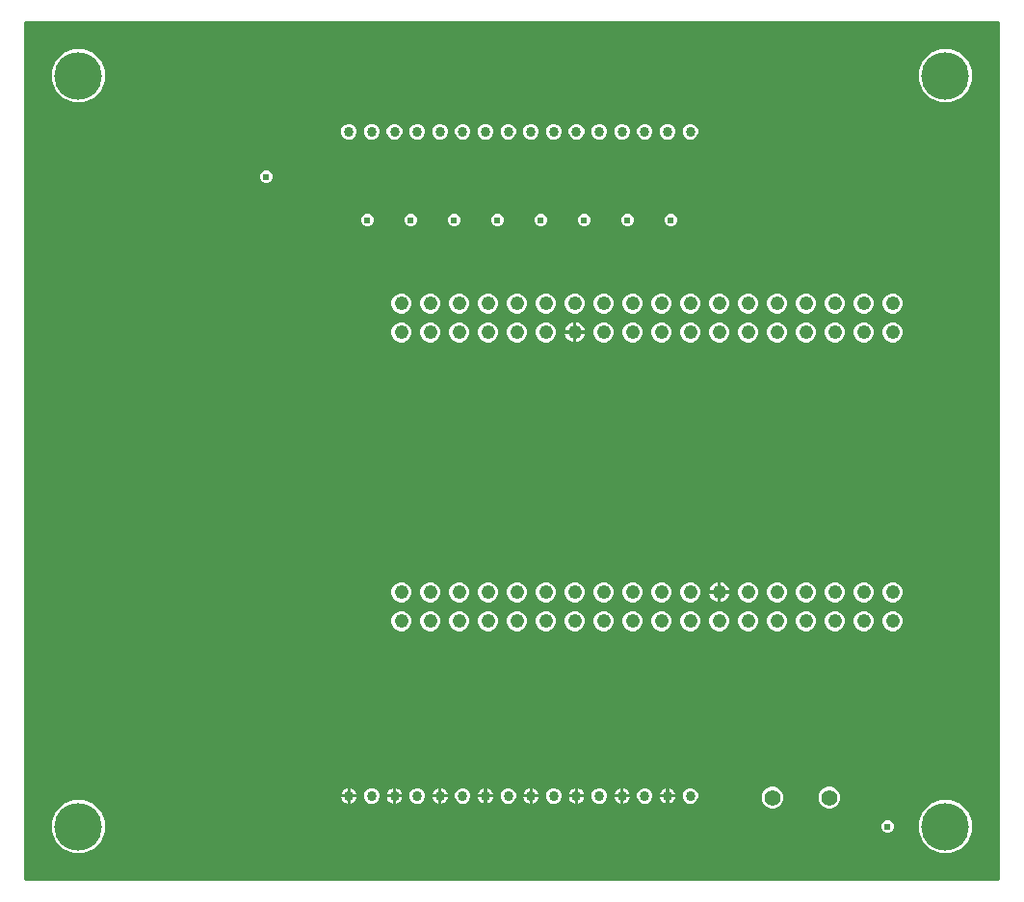
<source format=gbr>
G04 EAGLE Gerber RS-274X export*
G75*
%MOMM*%
%FSLAX34Y34*%
%LPD*%
%INCopper Layer 15*%
%IPPOS*%
%AMOC8*
5,1,8,0,0,1.08239X$1,22.5*%
G01*
%ADD10C,1.244600*%
%ADD11C,0.854800*%
%ADD12C,1.400000*%
%ADD13C,4.191000*%
%ADD14C,0.609600*%

G36*
X859556Y3306D02*
X859556Y3306D01*
X859575Y3304D01*
X859677Y3326D01*
X859779Y3342D01*
X859796Y3352D01*
X859816Y3356D01*
X859905Y3409D01*
X859996Y3458D01*
X860010Y3472D01*
X860027Y3482D01*
X860094Y3561D01*
X860166Y3636D01*
X860174Y3654D01*
X860187Y3669D01*
X860226Y3765D01*
X860269Y3859D01*
X860271Y3879D01*
X860279Y3897D01*
X860297Y4064D01*
X860297Y757936D01*
X860294Y757956D01*
X860296Y757975D01*
X860274Y758077D01*
X860258Y758179D01*
X860248Y758196D01*
X860244Y758216D01*
X860191Y758305D01*
X860142Y758396D01*
X860128Y758410D01*
X860118Y758427D01*
X860039Y758494D01*
X859964Y758566D01*
X859946Y758574D01*
X859931Y758587D01*
X859835Y758626D01*
X859741Y758669D01*
X859721Y758671D01*
X859703Y758679D01*
X859536Y758697D01*
X4064Y758697D01*
X4044Y758694D01*
X4025Y758696D01*
X3923Y758674D01*
X3821Y758658D01*
X3804Y758648D01*
X3784Y758644D01*
X3695Y758591D01*
X3604Y758542D01*
X3590Y758528D01*
X3573Y758518D01*
X3506Y758439D01*
X3434Y758364D01*
X3426Y758346D01*
X3413Y758331D01*
X3374Y758235D01*
X3331Y758141D01*
X3329Y758121D01*
X3321Y758103D01*
X3303Y757936D01*
X3303Y4064D01*
X3306Y4044D01*
X3304Y4025D01*
X3326Y3923D01*
X3342Y3821D01*
X3352Y3804D01*
X3356Y3784D01*
X3409Y3695D01*
X3458Y3604D01*
X3472Y3590D01*
X3482Y3573D01*
X3561Y3506D01*
X3636Y3434D01*
X3654Y3426D01*
X3669Y3413D01*
X3765Y3374D01*
X3859Y3331D01*
X3879Y3329D01*
X3897Y3321D01*
X4064Y3303D01*
X859536Y3303D01*
X859556Y3306D01*
G37*
%LPC*%
G36*
X808126Y687704D02*
X808126Y687704D01*
X799491Y691281D01*
X792881Y697891D01*
X789304Y706526D01*
X789304Y715874D01*
X792881Y724509D01*
X799491Y731119D01*
X808126Y734696D01*
X817474Y734696D01*
X826109Y731119D01*
X832719Y724509D01*
X836296Y715874D01*
X836296Y706526D01*
X832719Y697891D01*
X826109Y691281D01*
X817474Y687704D01*
X808126Y687704D01*
G37*
%LPD*%
%LPC*%
G36*
X46126Y687704D02*
X46126Y687704D01*
X37491Y691281D01*
X30881Y697891D01*
X27304Y706526D01*
X27304Y715874D01*
X30881Y724509D01*
X37491Y731119D01*
X46126Y734696D01*
X55474Y734696D01*
X64109Y731119D01*
X70719Y724509D01*
X74296Y715874D01*
X74296Y706526D01*
X70719Y697891D01*
X64109Y691281D01*
X55474Y687704D01*
X46126Y687704D01*
G37*
%LPD*%
%LPC*%
G36*
X46126Y27304D02*
X46126Y27304D01*
X37491Y30881D01*
X30881Y37491D01*
X27304Y46126D01*
X27304Y55474D01*
X30881Y64109D01*
X37491Y70719D01*
X46126Y74296D01*
X55474Y74296D01*
X64109Y70719D01*
X70719Y64109D01*
X74296Y55474D01*
X74296Y46126D01*
X70719Y37491D01*
X64109Y30881D01*
X55474Y27304D01*
X46126Y27304D01*
G37*
%LPD*%
%LPC*%
G36*
X808126Y27304D02*
X808126Y27304D01*
X799491Y30881D01*
X792881Y37491D01*
X789304Y46126D01*
X789304Y55474D01*
X792881Y64109D01*
X799491Y70719D01*
X808126Y74296D01*
X817474Y74296D01*
X826109Y70719D01*
X832719Y64109D01*
X836296Y55474D01*
X836296Y46126D01*
X832719Y37491D01*
X826109Y30881D01*
X817474Y27304D01*
X808126Y27304D01*
G37*
%LPD*%
%LPC*%
G36*
X708902Y66659D02*
X708902Y66659D01*
X705396Y68112D01*
X702712Y70796D01*
X701259Y74302D01*
X701259Y78098D01*
X702712Y81604D01*
X705396Y84288D01*
X708902Y85741D01*
X712698Y85741D01*
X716204Y84288D01*
X718888Y81604D01*
X720341Y78098D01*
X720341Y74302D01*
X718888Y70796D01*
X716204Y68112D01*
X712698Y66659D01*
X708902Y66659D01*
G37*
%LPD*%
%LPC*%
G36*
X658902Y66659D02*
X658902Y66659D01*
X655396Y68112D01*
X652712Y70796D01*
X651259Y74302D01*
X651259Y78098D01*
X652712Y81604D01*
X655396Y84288D01*
X658902Y85741D01*
X662698Y85741D01*
X666204Y84288D01*
X668888Y81604D01*
X670341Y78098D01*
X670341Y74302D01*
X668888Y70796D01*
X666204Y68112D01*
X662698Y66659D01*
X658902Y66659D01*
G37*
%LPD*%
%LPC*%
G36*
X561457Y248036D02*
X561457Y248036D01*
X558236Y249370D01*
X555770Y251836D01*
X554436Y255057D01*
X554436Y258543D01*
X555770Y261764D01*
X558236Y264230D01*
X561457Y265564D01*
X564943Y265564D01*
X568164Y264230D01*
X570630Y261764D01*
X571964Y258543D01*
X571964Y255057D01*
X570630Y251836D01*
X568164Y249370D01*
X564943Y248036D01*
X561457Y248036D01*
G37*
%LPD*%
%LPC*%
G36*
X536057Y248036D02*
X536057Y248036D01*
X532836Y249370D01*
X530370Y251836D01*
X529036Y255057D01*
X529036Y258543D01*
X530370Y261764D01*
X532836Y264230D01*
X536057Y265564D01*
X539543Y265564D01*
X542764Y264230D01*
X545230Y261764D01*
X546564Y258543D01*
X546564Y255057D01*
X545230Y251836D01*
X542764Y249370D01*
X539543Y248036D01*
X536057Y248036D01*
G37*
%LPD*%
%LPC*%
G36*
X510657Y248036D02*
X510657Y248036D01*
X507436Y249370D01*
X504970Y251836D01*
X503636Y255057D01*
X503636Y258543D01*
X504970Y261764D01*
X507436Y264230D01*
X510657Y265564D01*
X514143Y265564D01*
X517364Y264230D01*
X519830Y261764D01*
X521164Y258543D01*
X521164Y255057D01*
X519830Y251836D01*
X517364Y249370D01*
X514143Y248036D01*
X510657Y248036D01*
G37*
%LPD*%
%LPC*%
G36*
X485257Y248036D02*
X485257Y248036D01*
X482036Y249370D01*
X479570Y251836D01*
X478236Y255057D01*
X478236Y258543D01*
X479570Y261764D01*
X482036Y264230D01*
X485257Y265564D01*
X488743Y265564D01*
X491964Y264230D01*
X494430Y261764D01*
X495764Y258543D01*
X495764Y255057D01*
X494430Y251836D01*
X491964Y249370D01*
X488743Y248036D01*
X485257Y248036D01*
G37*
%LPD*%
%LPC*%
G36*
X459857Y248036D02*
X459857Y248036D01*
X456636Y249370D01*
X454170Y251836D01*
X452836Y255057D01*
X452836Y258543D01*
X454170Y261764D01*
X456636Y264230D01*
X459857Y265564D01*
X463343Y265564D01*
X466564Y264230D01*
X469030Y261764D01*
X470364Y258543D01*
X470364Y255057D01*
X469030Y251836D01*
X466564Y249370D01*
X463343Y248036D01*
X459857Y248036D01*
G37*
%LPD*%
%LPC*%
G36*
X434457Y248036D02*
X434457Y248036D01*
X431236Y249370D01*
X428770Y251836D01*
X427436Y255057D01*
X427436Y258543D01*
X428770Y261764D01*
X431236Y264230D01*
X434457Y265564D01*
X437943Y265564D01*
X441164Y264230D01*
X443630Y261764D01*
X444964Y258543D01*
X444964Y255057D01*
X443630Y251836D01*
X441164Y249370D01*
X437943Y248036D01*
X434457Y248036D01*
G37*
%LPD*%
%LPC*%
G36*
X409057Y248036D02*
X409057Y248036D01*
X405836Y249370D01*
X403370Y251836D01*
X402036Y255057D01*
X402036Y258543D01*
X403370Y261764D01*
X405836Y264230D01*
X409057Y265564D01*
X412543Y265564D01*
X415764Y264230D01*
X418230Y261764D01*
X419564Y258543D01*
X419564Y255057D01*
X418230Y251836D01*
X415764Y249370D01*
X412543Y248036D01*
X409057Y248036D01*
G37*
%LPD*%
%LPC*%
G36*
X383657Y248036D02*
X383657Y248036D01*
X380436Y249370D01*
X377970Y251836D01*
X376636Y255057D01*
X376636Y258543D01*
X377970Y261764D01*
X380436Y264230D01*
X383657Y265564D01*
X387143Y265564D01*
X390364Y264230D01*
X392830Y261764D01*
X394164Y258543D01*
X394164Y255057D01*
X392830Y251836D01*
X390364Y249370D01*
X387143Y248036D01*
X383657Y248036D01*
G37*
%LPD*%
%LPC*%
G36*
X739257Y222636D02*
X739257Y222636D01*
X736036Y223970D01*
X733570Y226436D01*
X732236Y229657D01*
X732236Y233143D01*
X733570Y236364D01*
X736036Y238830D01*
X739257Y240164D01*
X742743Y240164D01*
X745964Y238830D01*
X748430Y236364D01*
X749764Y233143D01*
X749764Y229657D01*
X748430Y226436D01*
X745964Y223970D01*
X742743Y222636D01*
X739257Y222636D01*
G37*
%LPD*%
%LPC*%
G36*
X713857Y222636D02*
X713857Y222636D01*
X710636Y223970D01*
X708170Y226436D01*
X706836Y229657D01*
X706836Y233143D01*
X708170Y236364D01*
X710636Y238830D01*
X713857Y240164D01*
X717343Y240164D01*
X720564Y238830D01*
X723030Y236364D01*
X724364Y233143D01*
X724364Y229657D01*
X723030Y226436D01*
X720564Y223970D01*
X717343Y222636D01*
X713857Y222636D01*
G37*
%LPD*%
%LPC*%
G36*
X764657Y222636D02*
X764657Y222636D01*
X761436Y223970D01*
X758970Y226436D01*
X757636Y229657D01*
X757636Y233143D01*
X758970Y236364D01*
X761436Y238830D01*
X764657Y240164D01*
X768143Y240164D01*
X771364Y238830D01*
X773830Y236364D01*
X775164Y233143D01*
X775164Y229657D01*
X773830Y226436D01*
X771364Y223970D01*
X768143Y222636D01*
X764657Y222636D01*
G37*
%LPD*%
%LPC*%
G36*
X536057Y222636D02*
X536057Y222636D01*
X532836Y223970D01*
X530370Y226436D01*
X529036Y229657D01*
X529036Y233143D01*
X530370Y236364D01*
X532836Y238830D01*
X536057Y240164D01*
X539543Y240164D01*
X542764Y238830D01*
X545230Y236364D01*
X546564Y233143D01*
X546564Y229657D01*
X545230Y226436D01*
X542764Y223970D01*
X539543Y222636D01*
X536057Y222636D01*
G37*
%LPD*%
%LPC*%
G36*
X510657Y222636D02*
X510657Y222636D01*
X507436Y223970D01*
X504970Y226436D01*
X503636Y229657D01*
X503636Y233143D01*
X504970Y236364D01*
X507436Y238830D01*
X510657Y240164D01*
X514143Y240164D01*
X517364Y238830D01*
X519830Y236364D01*
X521164Y233143D01*
X521164Y229657D01*
X519830Y226436D01*
X517364Y223970D01*
X514143Y222636D01*
X510657Y222636D01*
G37*
%LPD*%
%LPC*%
G36*
X688457Y222636D02*
X688457Y222636D01*
X685236Y223970D01*
X682770Y226436D01*
X681436Y229657D01*
X681436Y233143D01*
X682770Y236364D01*
X685236Y238830D01*
X688457Y240164D01*
X691943Y240164D01*
X695164Y238830D01*
X697630Y236364D01*
X698964Y233143D01*
X698964Y229657D01*
X697630Y226436D01*
X695164Y223970D01*
X691943Y222636D01*
X688457Y222636D01*
G37*
%LPD*%
%LPC*%
G36*
X663057Y222636D02*
X663057Y222636D01*
X659836Y223970D01*
X657370Y226436D01*
X656036Y229657D01*
X656036Y233143D01*
X657370Y236364D01*
X659836Y238830D01*
X663057Y240164D01*
X666543Y240164D01*
X669764Y238830D01*
X672230Y236364D01*
X673564Y233143D01*
X673564Y229657D01*
X672230Y226436D01*
X669764Y223970D01*
X666543Y222636D01*
X663057Y222636D01*
G37*
%LPD*%
%LPC*%
G36*
X637657Y222636D02*
X637657Y222636D01*
X634436Y223970D01*
X631970Y226436D01*
X630636Y229657D01*
X630636Y233143D01*
X631970Y236364D01*
X634436Y238830D01*
X637657Y240164D01*
X641143Y240164D01*
X644364Y238830D01*
X646830Y236364D01*
X648164Y233143D01*
X648164Y229657D01*
X646830Y226436D01*
X644364Y223970D01*
X641143Y222636D01*
X637657Y222636D01*
G37*
%LPD*%
%LPC*%
G36*
X510657Y502036D02*
X510657Y502036D01*
X507436Y503370D01*
X504970Y505836D01*
X503636Y509057D01*
X503636Y512543D01*
X504970Y515764D01*
X507436Y518230D01*
X510657Y519564D01*
X514143Y519564D01*
X517364Y518230D01*
X519830Y515764D01*
X521164Y512543D01*
X521164Y509057D01*
X519830Y505836D01*
X517364Y503370D01*
X514143Y502036D01*
X510657Y502036D01*
G37*
%LPD*%
%LPC*%
G36*
X612257Y222636D02*
X612257Y222636D01*
X609036Y223970D01*
X606570Y226436D01*
X605236Y229657D01*
X605236Y233143D01*
X606570Y236364D01*
X609036Y238830D01*
X612257Y240164D01*
X615743Y240164D01*
X618964Y238830D01*
X621430Y236364D01*
X622764Y233143D01*
X622764Y229657D01*
X621430Y226436D01*
X618964Y223970D01*
X615743Y222636D01*
X612257Y222636D01*
G37*
%LPD*%
%LPC*%
G36*
X586857Y222636D02*
X586857Y222636D01*
X583636Y223970D01*
X581170Y226436D01*
X579836Y229657D01*
X579836Y233143D01*
X581170Y236364D01*
X583636Y238830D01*
X586857Y240164D01*
X590343Y240164D01*
X593564Y238830D01*
X596030Y236364D01*
X597364Y233143D01*
X597364Y229657D01*
X596030Y226436D01*
X593564Y223970D01*
X590343Y222636D01*
X586857Y222636D01*
G37*
%LPD*%
%LPC*%
G36*
X561457Y222636D02*
X561457Y222636D01*
X558236Y223970D01*
X555770Y226436D01*
X554436Y229657D01*
X554436Y233143D01*
X555770Y236364D01*
X558236Y238830D01*
X561457Y240164D01*
X564943Y240164D01*
X568164Y238830D01*
X570630Y236364D01*
X571964Y233143D01*
X571964Y229657D01*
X570630Y226436D01*
X568164Y223970D01*
X564943Y222636D01*
X561457Y222636D01*
G37*
%LPD*%
%LPC*%
G36*
X485257Y222636D02*
X485257Y222636D01*
X482036Y223970D01*
X479570Y226436D01*
X478236Y229657D01*
X478236Y233143D01*
X479570Y236364D01*
X482036Y238830D01*
X485257Y240164D01*
X488743Y240164D01*
X491964Y238830D01*
X494430Y236364D01*
X495764Y233143D01*
X495764Y229657D01*
X494430Y226436D01*
X491964Y223970D01*
X488743Y222636D01*
X485257Y222636D01*
G37*
%LPD*%
%LPC*%
G36*
X459857Y222636D02*
X459857Y222636D01*
X456636Y223970D01*
X454170Y226436D01*
X452836Y229657D01*
X452836Y233143D01*
X454170Y236364D01*
X456636Y238830D01*
X459857Y240164D01*
X463343Y240164D01*
X466564Y238830D01*
X469030Y236364D01*
X470364Y233143D01*
X470364Y229657D01*
X469030Y226436D01*
X466564Y223970D01*
X463343Y222636D01*
X459857Y222636D01*
G37*
%LPD*%
%LPC*%
G36*
X434457Y222636D02*
X434457Y222636D01*
X431236Y223970D01*
X428770Y226436D01*
X427436Y229657D01*
X427436Y233143D01*
X428770Y236364D01*
X431236Y238830D01*
X434457Y240164D01*
X437943Y240164D01*
X441164Y238830D01*
X443630Y236364D01*
X444964Y233143D01*
X444964Y229657D01*
X443630Y226436D01*
X441164Y223970D01*
X437943Y222636D01*
X434457Y222636D01*
G37*
%LPD*%
%LPC*%
G36*
X409057Y222636D02*
X409057Y222636D01*
X405836Y223970D01*
X403370Y226436D01*
X402036Y229657D01*
X402036Y233143D01*
X403370Y236364D01*
X405836Y238830D01*
X409057Y240164D01*
X412543Y240164D01*
X415764Y238830D01*
X418230Y236364D01*
X419564Y233143D01*
X419564Y229657D01*
X418230Y226436D01*
X415764Y223970D01*
X412543Y222636D01*
X409057Y222636D01*
G37*
%LPD*%
%LPC*%
G36*
X383657Y222636D02*
X383657Y222636D01*
X380436Y223970D01*
X377970Y226436D01*
X376636Y229657D01*
X376636Y233143D01*
X377970Y236364D01*
X380436Y238830D01*
X383657Y240164D01*
X387143Y240164D01*
X390364Y238830D01*
X392830Y236364D01*
X394164Y233143D01*
X394164Y229657D01*
X392830Y226436D01*
X390364Y223970D01*
X387143Y222636D01*
X383657Y222636D01*
G37*
%LPD*%
%LPC*%
G36*
X586857Y502036D02*
X586857Y502036D01*
X583636Y503370D01*
X581170Y505836D01*
X579836Y509057D01*
X579836Y512543D01*
X581170Y515764D01*
X583636Y518230D01*
X586857Y519564D01*
X590343Y519564D01*
X593564Y518230D01*
X596030Y515764D01*
X597364Y512543D01*
X597364Y509057D01*
X596030Y505836D01*
X593564Y503370D01*
X590343Y502036D01*
X586857Y502036D01*
G37*
%LPD*%
%LPC*%
G36*
X561457Y502036D02*
X561457Y502036D01*
X558236Y503370D01*
X555770Y505836D01*
X554436Y509057D01*
X554436Y512543D01*
X555770Y515764D01*
X558236Y518230D01*
X561457Y519564D01*
X564943Y519564D01*
X568164Y518230D01*
X570630Y515764D01*
X571964Y512543D01*
X571964Y509057D01*
X570630Y505836D01*
X568164Y503370D01*
X564943Y502036D01*
X561457Y502036D01*
G37*
%LPD*%
%LPC*%
G36*
X764657Y502036D02*
X764657Y502036D01*
X761436Y503370D01*
X758970Y505836D01*
X757636Y509057D01*
X757636Y512543D01*
X758970Y515764D01*
X761436Y518230D01*
X764657Y519564D01*
X768143Y519564D01*
X771364Y518230D01*
X773830Y515764D01*
X775164Y512543D01*
X775164Y509057D01*
X773830Y505836D01*
X771364Y503370D01*
X768143Y502036D01*
X764657Y502036D01*
G37*
%LPD*%
%LPC*%
G36*
X739257Y502036D02*
X739257Y502036D01*
X736036Y503370D01*
X733570Y505836D01*
X732236Y509057D01*
X732236Y512543D01*
X733570Y515764D01*
X736036Y518230D01*
X739257Y519564D01*
X742743Y519564D01*
X745964Y518230D01*
X748430Y515764D01*
X749764Y512543D01*
X749764Y509057D01*
X748430Y505836D01*
X745964Y503370D01*
X742743Y502036D01*
X739257Y502036D01*
G37*
%LPD*%
%LPC*%
G36*
X713857Y502036D02*
X713857Y502036D01*
X710636Y503370D01*
X708170Y505836D01*
X706836Y509057D01*
X706836Y512543D01*
X708170Y515764D01*
X710636Y518230D01*
X713857Y519564D01*
X717343Y519564D01*
X720564Y518230D01*
X723030Y515764D01*
X724364Y512543D01*
X724364Y509057D01*
X723030Y505836D01*
X720564Y503370D01*
X717343Y502036D01*
X713857Y502036D01*
G37*
%LPD*%
%LPC*%
G36*
X688457Y502036D02*
X688457Y502036D01*
X685236Y503370D01*
X682770Y505836D01*
X681436Y509057D01*
X681436Y512543D01*
X682770Y515764D01*
X685236Y518230D01*
X688457Y519564D01*
X691943Y519564D01*
X695164Y518230D01*
X697630Y515764D01*
X698964Y512543D01*
X698964Y509057D01*
X697630Y505836D01*
X695164Y503370D01*
X691943Y502036D01*
X688457Y502036D01*
G37*
%LPD*%
%LPC*%
G36*
X663057Y502036D02*
X663057Y502036D01*
X659836Y503370D01*
X657370Y505836D01*
X656036Y509057D01*
X656036Y512543D01*
X657370Y515764D01*
X659836Y518230D01*
X663057Y519564D01*
X666543Y519564D01*
X669764Y518230D01*
X672230Y515764D01*
X673564Y512543D01*
X673564Y509057D01*
X672230Y505836D01*
X669764Y503370D01*
X666543Y502036D01*
X663057Y502036D01*
G37*
%LPD*%
%LPC*%
G36*
X637657Y502036D02*
X637657Y502036D01*
X634436Y503370D01*
X631970Y505836D01*
X630636Y509057D01*
X630636Y512543D01*
X631970Y515764D01*
X634436Y518230D01*
X637657Y519564D01*
X641143Y519564D01*
X644364Y518230D01*
X646830Y515764D01*
X648164Y512543D01*
X648164Y509057D01*
X646830Y505836D01*
X644364Y503370D01*
X641143Y502036D01*
X637657Y502036D01*
G37*
%LPD*%
%LPC*%
G36*
X612257Y502036D02*
X612257Y502036D01*
X609036Y503370D01*
X606570Y505836D01*
X605236Y509057D01*
X605236Y512543D01*
X606570Y515764D01*
X609036Y518230D01*
X612257Y519564D01*
X615743Y519564D01*
X618964Y518230D01*
X621430Y515764D01*
X622764Y512543D01*
X622764Y509057D01*
X621430Y505836D01*
X618964Y503370D01*
X615743Y502036D01*
X612257Y502036D01*
G37*
%LPD*%
%LPC*%
G36*
X536057Y502036D02*
X536057Y502036D01*
X532836Y503370D01*
X530370Y505836D01*
X529036Y509057D01*
X529036Y512543D01*
X530370Y515764D01*
X532836Y518230D01*
X536057Y519564D01*
X539543Y519564D01*
X542764Y518230D01*
X545230Y515764D01*
X546564Y512543D01*
X546564Y509057D01*
X545230Y505836D01*
X542764Y503370D01*
X539543Y502036D01*
X536057Y502036D01*
G37*
%LPD*%
%LPC*%
G36*
X358257Y222636D02*
X358257Y222636D01*
X355036Y223970D01*
X352570Y226436D01*
X351236Y229657D01*
X351236Y233143D01*
X352570Y236364D01*
X355036Y238830D01*
X358257Y240164D01*
X361743Y240164D01*
X364964Y238830D01*
X367430Y236364D01*
X368764Y233143D01*
X368764Y229657D01*
X367430Y226436D01*
X364964Y223970D01*
X361743Y222636D01*
X358257Y222636D01*
G37*
%LPD*%
%LPC*%
G36*
X485257Y502036D02*
X485257Y502036D01*
X482036Y503370D01*
X479570Y505836D01*
X478236Y509057D01*
X478236Y512543D01*
X479570Y515764D01*
X482036Y518230D01*
X485257Y519564D01*
X488743Y519564D01*
X491964Y518230D01*
X494430Y515764D01*
X495764Y512543D01*
X495764Y509057D01*
X494430Y505836D01*
X491964Y503370D01*
X488743Y502036D01*
X485257Y502036D01*
G37*
%LPD*%
%LPC*%
G36*
X459857Y502036D02*
X459857Y502036D01*
X456636Y503370D01*
X454170Y505836D01*
X452836Y509057D01*
X452836Y512543D01*
X454170Y515764D01*
X456636Y518230D01*
X459857Y519564D01*
X463343Y519564D01*
X466564Y518230D01*
X469030Y515764D01*
X470364Y512543D01*
X470364Y509057D01*
X469030Y505836D01*
X466564Y503370D01*
X463343Y502036D01*
X459857Y502036D01*
G37*
%LPD*%
%LPC*%
G36*
X434457Y502036D02*
X434457Y502036D01*
X431236Y503370D01*
X428770Y505836D01*
X427436Y509057D01*
X427436Y512543D01*
X428770Y515764D01*
X431236Y518230D01*
X434457Y519564D01*
X437943Y519564D01*
X441164Y518230D01*
X443630Y515764D01*
X444964Y512543D01*
X444964Y509057D01*
X443630Y505836D01*
X441164Y503370D01*
X437943Y502036D01*
X434457Y502036D01*
G37*
%LPD*%
%LPC*%
G36*
X409057Y502036D02*
X409057Y502036D01*
X405836Y503370D01*
X403370Y505836D01*
X402036Y509057D01*
X402036Y512543D01*
X403370Y515764D01*
X405836Y518230D01*
X409057Y519564D01*
X412543Y519564D01*
X415764Y518230D01*
X418230Y515764D01*
X419564Y512543D01*
X419564Y509057D01*
X418230Y505836D01*
X415764Y503370D01*
X412543Y502036D01*
X409057Y502036D01*
G37*
%LPD*%
%LPC*%
G36*
X383657Y502036D02*
X383657Y502036D01*
X380436Y503370D01*
X377970Y505836D01*
X376636Y509057D01*
X376636Y512543D01*
X377970Y515764D01*
X380436Y518230D01*
X383657Y519564D01*
X387143Y519564D01*
X390364Y518230D01*
X392830Y515764D01*
X394164Y512543D01*
X394164Y509057D01*
X392830Y505836D01*
X390364Y503370D01*
X387143Y502036D01*
X383657Y502036D01*
G37*
%LPD*%
%LPC*%
G36*
X358257Y502036D02*
X358257Y502036D01*
X355036Y503370D01*
X352570Y505836D01*
X351236Y509057D01*
X351236Y512543D01*
X352570Y515764D01*
X355036Y518230D01*
X358257Y519564D01*
X361743Y519564D01*
X364964Y518230D01*
X367430Y515764D01*
X368764Y512543D01*
X368764Y509057D01*
X367430Y505836D01*
X364964Y503370D01*
X361743Y502036D01*
X358257Y502036D01*
G37*
%LPD*%
%LPC*%
G36*
X332857Y502036D02*
X332857Y502036D01*
X329636Y503370D01*
X327170Y505836D01*
X325836Y509057D01*
X325836Y512543D01*
X327170Y515764D01*
X329636Y518230D01*
X332857Y519564D01*
X336343Y519564D01*
X339564Y518230D01*
X342030Y515764D01*
X343364Y512543D01*
X343364Y509057D01*
X342030Y505836D01*
X339564Y503370D01*
X336343Y502036D01*
X332857Y502036D01*
G37*
%LPD*%
%LPC*%
G36*
X764657Y476636D02*
X764657Y476636D01*
X761436Y477970D01*
X758970Y480436D01*
X757636Y483657D01*
X757636Y487143D01*
X758970Y490364D01*
X761436Y492830D01*
X764657Y494164D01*
X768143Y494164D01*
X771364Y492830D01*
X773830Y490364D01*
X775164Y487143D01*
X775164Y483657D01*
X773830Y480436D01*
X771364Y477970D01*
X768143Y476636D01*
X764657Y476636D01*
G37*
%LPD*%
%LPC*%
G36*
X739257Y476636D02*
X739257Y476636D01*
X736036Y477970D01*
X733570Y480436D01*
X732236Y483657D01*
X732236Y487143D01*
X733570Y490364D01*
X736036Y492830D01*
X739257Y494164D01*
X742743Y494164D01*
X745964Y492830D01*
X748430Y490364D01*
X749764Y487143D01*
X749764Y483657D01*
X748430Y480436D01*
X745964Y477970D01*
X742743Y476636D01*
X739257Y476636D01*
G37*
%LPD*%
%LPC*%
G36*
X713857Y476636D02*
X713857Y476636D01*
X710636Y477970D01*
X708170Y480436D01*
X706836Y483657D01*
X706836Y487143D01*
X708170Y490364D01*
X710636Y492830D01*
X713857Y494164D01*
X717343Y494164D01*
X720564Y492830D01*
X723030Y490364D01*
X724364Y487143D01*
X724364Y483657D01*
X723030Y480436D01*
X720564Y477970D01*
X717343Y476636D01*
X713857Y476636D01*
G37*
%LPD*%
%LPC*%
G36*
X688457Y476636D02*
X688457Y476636D01*
X685236Y477970D01*
X682770Y480436D01*
X681436Y483657D01*
X681436Y487143D01*
X682770Y490364D01*
X685236Y492830D01*
X688457Y494164D01*
X691943Y494164D01*
X695164Y492830D01*
X697630Y490364D01*
X698964Y487143D01*
X698964Y483657D01*
X697630Y480436D01*
X695164Y477970D01*
X691943Y476636D01*
X688457Y476636D01*
G37*
%LPD*%
%LPC*%
G36*
X663057Y476636D02*
X663057Y476636D01*
X659836Y477970D01*
X657370Y480436D01*
X656036Y483657D01*
X656036Y487143D01*
X657370Y490364D01*
X659836Y492830D01*
X663057Y494164D01*
X666543Y494164D01*
X669764Y492830D01*
X672230Y490364D01*
X673564Y487143D01*
X673564Y483657D01*
X672230Y480436D01*
X669764Y477970D01*
X666543Y476636D01*
X663057Y476636D01*
G37*
%LPD*%
%LPC*%
G36*
X637657Y476636D02*
X637657Y476636D01*
X634436Y477970D01*
X631970Y480436D01*
X630636Y483657D01*
X630636Y487143D01*
X631970Y490364D01*
X634436Y492830D01*
X637657Y494164D01*
X641143Y494164D01*
X644364Y492830D01*
X646830Y490364D01*
X648164Y487143D01*
X648164Y483657D01*
X646830Y480436D01*
X644364Y477970D01*
X641143Y476636D01*
X637657Y476636D01*
G37*
%LPD*%
%LPC*%
G36*
X612257Y476636D02*
X612257Y476636D01*
X609036Y477970D01*
X606570Y480436D01*
X605236Y483657D01*
X605236Y487143D01*
X606570Y490364D01*
X609036Y492830D01*
X612257Y494164D01*
X615743Y494164D01*
X618964Y492830D01*
X621430Y490364D01*
X622764Y487143D01*
X622764Y483657D01*
X621430Y480436D01*
X618964Y477970D01*
X615743Y476636D01*
X612257Y476636D01*
G37*
%LPD*%
%LPC*%
G36*
X586857Y476636D02*
X586857Y476636D01*
X583636Y477970D01*
X581170Y480436D01*
X579836Y483657D01*
X579836Y487143D01*
X581170Y490364D01*
X583636Y492830D01*
X586857Y494164D01*
X590343Y494164D01*
X593564Y492830D01*
X596030Y490364D01*
X597364Y487143D01*
X597364Y483657D01*
X596030Y480436D01*
X593564Y477970D01*
X590343Y476636D01*
X586857Y476636D01*
G37*
%LPD*%
%LPC*%
G36*
X561457Y476636D02*
X561457Y476636D01*
X558236Y477970D01*
X555770Y480436D01*
X554436Y483657D01*
X554436Y487143D01*
X555770Y490364D01*
X558236Y492830D01*
X561457Y494164D01*
X564943Y494164D01*
X568164Y492830D01*
X570630Y490364D01*
X571964Y487143D01*
X571964Y483657D01*
X570630Y480436D01*
X568164Y477970D01*
X564943Y476636D01*
X561457Y476636D01*
G37*
%LPD*%
%LPC*%
G36*
X536057Y476636D02*
X536057Y476636D01*
X532836Y477970D01*
X530370Y480436D01*
X529036Y483657D01*
X529036Y487143D01*
X530370Y490364D01*
X532836Y492830D01*
X536057Y494164D01*
X539543Y494164D01*
X542764Y492830D01*
X545230Y490364D01*
X546564Y487143D01*
X546564Y483657D01*
X545230Y480436D01*
X542764Y477970D01*
X539543Y476636D01*
X536057Y476636D01*
G37*
%LPD*%
%LPC*%
G36*
X510657Y476636D02*
X510657Y476636D01*
X507436Y477970D01*
X504970Y480436D01*
X503636Y483657D01*
X503636Y487143D01*
X504970Y490364D01*
X507436Y492830D01*
X510657Y494164D01*
X514143Y494164D01*
X517364Y492830D01*
X519830Y490364D01*
X521164Y487143D01*
X521164Y483657D01*
X519830Y480436D01*
X517364Y477970D01*
X514143Y476636D01*
X510657Y476636D01*
G37*
%LPD*%
%LPC*%
G36*
X459857Y476636D02*
X459857Y476636D01*
X456636Y477970D01*
X454170Y480436D01*
X452836Y483657D01*
X452836Y487143D01*
X454170Y490364D01*
X456636Y492830D01*
X459857Y494164D01*
X463343Y494164D01*
X466564Y492830D01*
X469030Y490364D01*
X470364Y487143D01*
X470364Y483657D01*
X469030Y480436D01*
X466564Y477970D01*
X463343Y476636D01*
X459857Y476636D01*
G37*
%LPD*%
%LPC*%
G36*
X434457Y476636D02*
X434457Y476636D01*
X431236Y477970D01*
X428770Y480436D01*
X427436Y483657D01*
X427436Y487143D01*
X428770Y490364D01*
X431236Y492830D01*
X434457Y494164D01*
X437943Y494164D01*
X441164Y492830D01*
X443630Y490364D01*
X444964Y487143D01*
X444964Y483657D01*
X443630Y480436D01*
X441164Y477970D01*
X437943Y476636D01*
X434457Y476636D01*
G37*
%LPD*%
%LPC*%
G36*
X409057Y476636D02*
X409057Y476636D01*
X405836Y477970D01*
X403370Y480436D01*
X402036Y483657D01*
X402036Y487143D01*
X403370Y490364D01*
X405836Y492830D01*
X409057Y494164D01*
X412543Y494164D01*
X415764Y492830D01*
X418230Y490364D01*
X419564Y487143D01*
X419564Y483657D01*
X418230Y480436D01*
X415764Y477970D01*
X412543Y476636D01*
X409057Y476636D01*
G37*
%LPD*%
%LPC*%
G36*
X383657Y476636D02*
X383657Y476636D01*
X380436Y477970D01*
X377970Y480436D01*
X376636Y483657D01*
X376636Y487143D01*
X377970Y490364D01*
X380436Y492830D01*
X383657Y494164D01*
X387143Y494164D01*
X390364Y492830D01*
X392830Y490364D01*
X394164Y487143D01*
X394164Y483657D01*
X392830Y480436D01*
X390364Y477970D01*
X387143Y476636D01*
X383657Y476636D01*
G37*
%LPD*%
%LPC*%
G36*
X358257Y476636D02*
X358257Y476636D01*
X355036Y477970D01*
X352570Y480436D01*
X351236Y483657D01*
X351236Y487143D01*
X352570Y490364D01*
X355036Y492830D01*
X358257Y494164D01*
X361743Y494164D01*
X364964Y492830D01*
X367430Y490364D01*
X368764Y487143D01*
X368764Y483657D01*
X367430Y480436D01*
X364964Y477970D01*
X361743Y476636D01*
X358257Y476636D01*
G37*
%LPD*%
%LPC*%
G36*
X332857Y476636D02*
X332857Y476636D01*
X329636Y477970D01*
X327170Y480436D01*
X325836Y483657D01*
X325836Y487143D01*
X327170Y490364D01*
X329636Y492830D01*
X332857Y494164D01*
X336343Y494164D01*
X339564Y492830D01*
X342030Y490364D01*
X343364Y487143D01*
X343364Y483657D01*
X342030Y480436D01*
X339564Y477970D01*
X336343Y476636D01*
X332857Y476636D01*
G37*
%LPD*%
%LPC*%
G36*
X332857Y222636D02*
X332857Y222636D01*
X329636Y223970D01*
X327170Y226436D01*
X325836Y229657D01*
X325836Y233143D01*
X327170Y236364D01*
X329636Y238830D01*
X332857Y240164D01*
X336343Y240164D01*
X339564Y238830D01*
X342030Y236364D01*
X343364Y233143D01*
X343364Y229657D01*
X342030Y226436D01*
X339564Y223970D01*
X336343Y222636D01*
X332857Y222636D01*
G37*
%LPD*%
%LPC*%
G36*
X358257Y248036D02*
X358257Y248036D01*
X355036Y249370D01*
X352570Y251836D01*
X351236Y255057D01*
X351236Y258543D01*
X352570Y261764D01*
X355036Y264230D01*
X358257Y265564D01*
X361743Y265564D01*
X364964Y264230D01*
X367430Y261764D01*
X368764Y258543D01*
X368764Y255057D01*
X367430Y251836D01*
X364964Y249370D01*
X361743Y248036D01*
X358257Y248036D01*
G37*
%LPD*%
%LPC*%
G36*
X332857Y248036D02*
X332857Y248036D01*
X329636Y249370D01*
X327170Y251836D01*
X325836Y255057D01*
X325836Y258543D01*
X327170Y261764D01*
X329636Y264230D01*
X332857Y265564D01*
X336343Y265564D01*
X339564Y264230D01*
X342030Y261764D01*
X343364Y258543D01*
X343364Y255057D01*
X342030Y251836D01*
X339564Y249370D01*
X336343Y248036D01*
X332857Y248036D01*
G37*
%LPD*%
%LPC*%
G36*
X764657Y248036D02*
X764657Y248036D01*
X761436Y249370D01*
X758970Y251836D01*
X757636Y255057D01*
X757636Y258543D01*
X758970Y261764D01*
X761436Y264230D01*
X764657Y265564D01*
X768143Y265564D01*
X771364Y264230D01*
X773830Y261764D01*
X775164Y258543D01*
X775164Y255057D01*
X773830Y251836D01*
X771364Y249370D01*
X768143Y248036D01*
X764657Y248036D01*
G37*
%LPD*%
%LPC*%
G36*
X739257Y248036D02*
X739257Y248036D01*
X736036Y249370D01*
X733570Y251836D01*
X732236Y255057D01*
X732236Y258543D01*
X733570Y261764D01*
X736036Y264230D01*
X739257Y265564D01*
X742743Y265564D01*
X745964Y264230D01*
X748430Y261764D01*
X749764Y258543D01*
X749764Y255057D01*
X748430Y251836D01*
X745964Y249370D01*
X742743Y248036D01*
X739257Y248036D01*
G37*
%LPD*%
%LPC*%
G36*
X713857Y248036D02*
X713857Y248036D01*
X710636Y249370D01*
X708170Y251836D01*
X706836Y255057D01*
X706836Y258543D01*
X708170Y261764D01*
X710636Y264230D01*
X713857Y265564D01*
X717343Y265564D01*
X720564Y264230D01*
X723030Y261764D01*
X724364Y258543D01*
X724364Y255057D01*
X723030Y251836D01*
X720564Y249370D01*
X717343Y248036D01*
X713857Y248036D01*
G37*
%LPD*%
%LPC*%
G36*
X688457Y248036D02*
X688457Y248036D01*
X685236Y249370D01*
X682770Y251836D01*
X681436Y255057D01*
X681436Y258543D01*
X682770Y261764D01*
X685236Y264230D01*
X688457Y265564D01*
X691943Y265564D01*
X695164Y264230D01*
X697630Y261764D01*
X698964Y258543D01*
X698964Y255057D01*
X697630Y251836D01*
X695164Y249370D01*
X691943Y248036D01*
X688457Y248036D01*
G37*
%LPD*%
%LPC*%
G36*
X663057Y248036D02*
X663057Y248036D01*
X659836Y249370D01*
X657370Y251836D01*
X656036Y255057D01*
X656036Y258543D01*
X657370Y261764D01*
X659836Y264230D01*
X663057Y265564D01*
X666543Y265564D01*
X669764Y264230D01*
X672230Y261764D01*
X673564Y258543D01*
X673564Y255057D01*
X672230Y251836D01*
X669764Y249370D01*
X666543Y248036D01*
X663057Y248036D01*
G37*
%LPD*%
%LPC*%
G36*
X637657Y248036D02*
X637657Y248036D01*
X634436Y249370D01*
X631970Y251836D01*
X630636Y255057D01*
X630636Y258543D01*
X631970Y261764D01*
X634436Y264230D01*
X637657Y265564D01*
X641143Y265564D01*
X644364Y264230D01*
X646830Y261764D01*
X648164Y258543D01*
X648164Y255057D01*
X646830Y251836D01*
X644364Y249370D01*
X641143Y248036D01*
X637657Y248036D01*
G37*
%LPD*%
%LPC*%
G36*
X586857Y248036D02*
X586857Y248036D01*
X583636Y249370D01*
X581170Y251836D01*
X579836Y255057D01*
X579836Y258543D01*
X581170Y261764D01*
X583636Y264230D01*
X586857Y265564D01*
X590343Y265564D01*
X593564Y264230D01*
X596030Y261764D01*
X597364Y258543D01*
X597364Y255057D01*
X596030Y251836D01*
X593564Y249370D01*
X590343Y248036D01*
X586857Y248036D01*
G37*
%LPD*%
%LPC*%
G36*
X327244Y655185D02*
X327244Y655185D01*
X324740Y656223D01*
X322823Y658140D01*
X321785Y660644D01*
X321785Y663356D01*
X322823Y665860D01*
X324740Y667777D01*
X327244Y668815D01*
X329956Y668815D01*
X332460Y667777D01*
X334377Y665860D01*
X335415Y663356D01*
X335415Y660644D01*
X334377Y658140D01*
X332460Y656223D01*
X329956Y655185D01*
X327244Y655185D01*
G37*
%LPD*%
%LPC*%
G36*
X307244Y655185D02*
X307244Y655185D01*
X304740Y656223D01*
X302823Y658140D01*
X301785Y660644D01*
X301785Y663356D01*
X302823Y665860D01*
X304740Y667777D01*
X307244Y668815D01*
X309956Y668815D01*
X312460Y667777D01*
X314377Y665860D01*
X315415Y663356D01*
X315415Y660644D01*
X314377Y658140D01*
X312460Y656223D01*
X309956Y655185D01*
X307244Y655185D01*
G37*
%LPD*%
%LPC*%
G36*
X587244Y655185D02*
X587244Y655185D01*
X584740Y656223D01*
X582823Y658140D01*
X581785Y660644D01*
X581785Y663356D01*
X582823Y665860D01*
X584740Y667777D01*
X587244Y668815D01*
X589956Y668815D01*
X592460Y667777D01*
X594377Y665860D01*
X595415Y663356D01*
X595415Y660644D01*
X594377Y658140D01*
X592460Y656223D01*
X589956Y655185D01*
X587244Y655185D01*
G37*
%LPD*%
%LPC*%
G36*
X567244Y655185D02*
X567244Y655185D01*
X564740Y656223D01*
X562823Y658140D01*
X561785Y660644D01*
X561785Y663356D01*
X562823Y665860D01*
X564740Y667777D01*
X567244Y668815D01*
X569956Y668815D01*
X572460Y667777D01*
X574377Y665860D01*
X575415Y663356D01*
X575415Y660644D01*
X574377Y658140D01*
X572460Y656223D01*
X569956Y655185D01*
X567244Y655185D01*
G37*
%LPD*%
%LPC*%
G36*
X547244Y655185D02*
X547244Y655185D01*
X544740Y656223D01*
X542823Y658140D01*
X541785Y660644D01*
X541785Y663356D01*
X542823Y665860D01*
X544740Y667777D01*
X547244Y668815D01*
X549956Y668815D01*
X552460Y667777D01*
X554377Y665860D01*
X555415Y663356D01*
X555415Y660644D01*
X554377Y658140D01*
X552460Y656223D01*
X549956Y655185D01*
X547244Y655185D01*
G37*
%LPD*%
%LPC*%
G36*
X527244Y655185D02*
X527244Y655185D01*
X524740Y656223D01*
X522823Y658140D01*
X521785Y660644D01*
X521785Y663356D01*
X522823Y665860D01*
X524740Y667777D01*
X527244Y668815D01*
X529956Y668815D01*
X532460Y667777D01*
X534377Y665860D01*
X535415Y663356D01*
X535415Y660644D01*
X534377Y658140D01*
X532460Y656223D01*
X529956Y655185D01*
X527244Y655185D01*
G37*
%LPD*%
%LPC*%
G36*
X507244Y655185D02*
X507244Y655185D01*
X504740Y656223D01*
X502823Y658140D01*
X501785Y660644D01*
X501785Y663356D01*
X502823Y665860D01*
X504740Y667777D01*
X507244Y668815D01*
X509956Y668815D01*
X512460Y667777D01*
X514377Y665860D01*
X515415Y663356D01*
X515415Y660644D01*
X514377Y658140D01*
X512460Y656223D01*
X509956Y655185D01*
X507244Y655185D01*
G37*
%LPD*%
%LPC*%
G36*
X487244Y655185D02*
X487244Y655185D01*
X484740Y656223D01*
X482823Y658140D01*
X481785Y660644D01*
X481785Y663356D01*
X482823Y665860D01*
X484740Y667777D01*
X487244Y668815D01*
X489956Y668815D01*
X492460Y667777D01*
X494377Y665860D01*
X495415Y663356D01*
X495415Y660644D01*
X494377Y658140D01*
X492460Y656223D01*
X489956Y655185D01*
X487244Y655185D01*
G37*
%LPD*%
%LPC*%
G36*
X467244Y655185D02*
X467244Y655185D01*
X464740Y656223D01*
X462823Y658140D01*
X461785Y660644D01*
X461785Y663356D01*
X462823Y665860D01*
X464740Y667777D01*
X467244Y668815D01*
X469956Y668815D01*
X472460Y667777D01*
X474377Y665860D01*
X475415Y663356D01*
X475415Y660644D01*
X474377Y658140D01*
X472460Y656223D01*
X469956Y655185D01*
X467244Y655185D01*
G37*
%LPD*%
%LPC*%
G36*
X447244Y655185D02*
X447244Y655185D01*
X444740Y656223D01*
X442823Y658140D01*
X441785Y660644D01*
X441785Y663356D01*
X442823Y665860D01*
X444740Y667777D01*
X447244Y668815D01*
X449956Y668815D01*
X452460Y667777D01*
X454377Y665860D01*
X455415Y663356D01*
X455415Y660644D01*
X454377Y658140D01*
X452460Y656223D01*
X449956Y655185D01*
X447244Y655185D01*
G37*
%LPD*%
%LPC*%
G36*
X427244Y655185D02*
X427244Y655185D01*
X424740Y656223D01*
X422823Y658140D01*
X421785Y660644D01*
X421785Y663356D01*
X422823Y665860D01*
X424740Y667777D01*
X427244Y668815D01*
X429956Y668815D01*
X432460Y667777D01*
X434377Y665860D01*
X435415Y663356D01*
X435415Y660644D01*
X434377Y658140D01*
X432460Y656223D01*
X429956Y655185D01*
X427244Y655185D01*
G37*
%LPD*%
%LPC*%
G36*
X407244Y655185D02*
X407244Y655185D01*
X404740Y656223D01*
X402823Y658140D01*
X401785Y660644D01*
X401785Y663356D01*
X402823Y665860D01*
X404740Y667777D01*
X407244Y668815D01*
X409956Y668815D01*
X412460Y667777D01*
X414377Y665860D01*
X415415Y663356D01*
X415415Y660644D01*
X414377Y658140D01*
X412460Y656223D01*
X409956Y655185D01*
X407244Y655185D01*
G37*
%LPD*%
%LPC*%
G36*
X387244Y655185D02*
X387244Y655185D01*
X384740Y656223D01*
X382823Y658140D01*
X381785Y660644D01*
X381785Y663356D01*
X382823Y665860D01*
X384740Y667777D01*
X387244Y668815D01*
X389956Y668815D01*
X392460Y667777D01*
X394377Y665860D01*
X395415Y663356D01*
X395415Y660644D01*
X394377Y658140D01*
X392460Y656223D01*
X389956Y655185D01*
X387244Y655185D01*
G37*
%LPD*%
%LPC*%
G36*
X367244Y655185D02*
X367244Y655185D01*
X364740Y656223D01*
X362823Y658140D01*
X361785Y660644D01*
X361785Y663356D01*
X362823Y665860D01*
X364740Y667777D01*
X367244Y668815D01*
X369956Y668815D01*
X372460Y667777D01*
X374377Y665860D01*
X375415Y663356D01*
X375415Y660644D01*
X374377Y658140D01*
X372460Y656223D01*
X369956Y655185D01*
X367244Y655185D01*
G37*
%LPD*%
%LPC*%
G36*
X347244Y655185D02*
X347244Y655185D01*
X344740Y656223D01*
X342823Y658140D01*
X341785Y660644D01*
X341785Y663356D01*
X342823Y665860D01*
X344740Y667777D01*
X347244Y668815D01*
X349956Y668815D01*
X352460Y667777D01*
X354377Y665860D01*
X355415Y663356D01*
X355415Y660644D01*
X354377Y658140D01*
X352460Y656223D01*
X349956Y655185D01*
X347244Y655185D01*
G37*
%LPD*%
%LPC*%
G36*
X287244Y655185D02*
X287244Y655185D01*
X284740Y656223D01*
X282823Y658140D01*
X281785Y660644D01*
X281785Y663356D01*
X282823Y665860D01*
X284740Y667777D01*
X287244Y668815D01*
X289956Y668815D01*
X292460Y667777D01*
X294377Y665860D01*
X295415Y663356D01*
X295415Y660644D01*
X294377Y658140D01*
X292460Y656223D01*
X289956Y655185D01*
X287244Y655185D01*
G37*
%LPD*%
%LPC*%
G36*
X427244Y70985D02*
X427244Y70985D01*
X424740Y72023D01*
X422823Y73940D01*
X421785Y76444D01*
X421785Y79156D01*
X422823Y81660D01*
X424740Y83577D01*
X427244Y84615D01*
X429956Y84615D01*
X432460Y83577D01*
X434377Y81660D01*
X435415Y79156D01*
X435415Y76444D01*
X434377Y73940D01*
X432460Y72023D01*
X429956Y70985D01*
X427244Y70985D01*
G37*
%LPD*%
%LPC*%
G36*
X347244Y70985D02*
X347244Y70985D01*
X344740Y72023D01*
X342823Y73940D01*
X341785Y76444D01*
X341785Y79156D01*
X342823Y81660D01*
X344740Y83577D01*
X347244Y84615D01*
X349956Y84615D01*
X352460Y83577D01*
X354377Y81660D01*
X355415Y79156D01*
X355415Y76444D01*
X354377Y73940D01*
X352460Y72023D01*
X349956Y70985D01*
X347244Y70985D01*
G37*
%LPD*%
%LPC*%
G36*
X307244Y70985D02*
X307244Y70985D01*
X304740Y72023D01*
X302823Y73940D01*
X301785Y76444D01*
X301785Y79156D01*
X302823Y81660D01*
X304740Y83577D01*
X307244Y84615D01*
X309956Y84615D01*
X312460Y83577D01*
X314377Y81660D01*
X315415Y79156D01*
X315415Y76444D01*
X314377Y73940D01*
X312460Y72023D01*
X309956Y70985D01*
X307244Y70985D01*
G37*
%LPD*%
%LPC*%
G36*
X587244Y70985D02*
X587244Y70985D01*
X584740Y72023D01*
X582823Y73940D01*
X581785Y76444D01*
X581785Y79156D01*
X582823Y81660D01*
X584740Y83577D01*
X587244Y84615D01*
X589956Y84615D01*
X592460Y83577D01*
X594377Y81660D01*
X595415Y79156D01*
X595415Y76444D01*
X594377Y73940D01*
X592460Y72023D01*
X589956Y70985D01*
X587244Y70985D01*
G37*
%LPD*%
%LPC*%
G36*
X547244Y70985D02*
X547244Y70985D01*
X544740Y72023D01*
X542823Y73940D01*
X541785Y76444D01*
X541785Y79156D01*
X542823Y81660D01*
X544740Y83577D01*
X547244Y84615D01*
X549956Y84615D01*
X552460Y83577D01*
X554377Y81660D01*
X555415Y79156D01*
X555415Y76444D01*
X554377Y73940D01*
X552460Y72023D01*
X549956Y70985D01*
X547244Y70985D01*
G37*
%LPD*%
%LPC*%
G36*
X507244Y70985D02*
X507244Y70985D01*
X504740Y72023D01*
X502823Y73940D01*
X501785Y76444D01*
X501785Y79156D01*
X502823Y81660D01*
X504740Y83577D01*
X507244Y84615D01*
X509956Y84615D01*
X512460Y83577D01*
X514377Y81660D01*
X515415Y79156D01*
X515415Y76444D01*
X514377Y73940D01*
X512460Y72023D01*
X509956Y70985D01*
X507244Y70985D01*
G37*
%LPD*%
%LPC*%
G36*
X467244Y70985D02*
X467244Y70985D01*
X464740Y72023D01*
X462823Y73940D01*
X461785Y76444D01*
X461785Y79156D01*
X462823Y81660D01*
X464740Y83577D01*
X467244Y84615D01*
X469956Y84615D01*
X472460Y83577D01*
X474377Y81660D01*
X475415Y79156D01*
X475415Y76444D01*
X474377Y73940D01*
X472460Y72023D01*
X469956Y70985D01*
X467244Y70985D01*
G37*
%LPD*%
%LPC*%
G36*
X387244Y70985D02*
X387244Y70985D01*
X384740Y72023D01*
X382823Y73940D01*
X381785Y76444D01*
X381785Y79156D01*
X382823Y81660D01*
X384740Y83577D01*
X387244Y84615D01*
X389956Y84615D01*
X392460Y83577D01*
X394377Y81660D01*
X395415Y79156D01*
X395415Y76444D01*
X394377Y73940D01*
X392460Y72023D01*
X389956Y70985D01*
X387244Y70985D01*
G37*
%LPD*%
%LPC*%
G36*
X341788Y578611D02*
X341788Y578611D01*
X339734Y579462D01*
X338162Y581034D01*
X337311Y583088D01*
X337311Y585312D01*
X338162Y587366D01*
X339734Y588938D01*
X341788Y589789D01*
X344012Y589789D01*
X346066Y588938D01*
X347638Y587366D01*
X348489Y585312D01*
X348489Y583088D01*
X347638Y581034D01*
X346066Y579462D01*
X344012Y578611D01*
X341788Y578611D01*
G37*
%LPD*%
%LPC*%
G36*
X570388Y578611D02*
X570388Y578611D01*
X568334Y579462D01*
X566762Y581034D01*
X565911Y583088D01*
X565911Y585312D01*
X566762Y587366D01*
X568334Y588938D01*
X570388Y589789D01*
X572612Y589789D01*
X574666Y588938D01*
X576238Y587366D01*
X577089Y585312D01*
X577089Y583088D01*
X576238Y581034D01*
X574666Y579462D01*
X572612Y578611D01*
X570388Y578611D01*
G37*
%LPD*%
%LPC*%
G36*
X532288Y578611D02*
X532288Y578611D01*
X530234Y579462D01*
X528662Y581034D01*
X527811Y583088D01*
X527811Y585312D01*
X528662Y587366D01*
X530234Y588938D01*
X532288Y589789D01*
X534512Y589789D01*
X536566Y588938D01*
X538138Y587366D01*
X538989Y585312D01*
X538989Y583088D01*
X538138Y581034D01*
X536566Y579462D01*
X534512Y578611D01*
X532288Y578611D01*
G37*
%LPD*%
%LPC*%
G36*
X494188Y578611D02*
X494188Y578611D01*
X492134Y579462D01*
X490562Y581034D01*
X489711Y583088D01*
X489711Y585312D01*
X490562Y587366D01*
X492134Y588938D01*
X494188Y589789D01*
X496412Y589789D01*
X498466Y588938D01*
X500038Y587366D01*
X500889Y585312D01*
X500889Y583088D01*
X500038Y581034D01*
X498466Y579462D01*
X496412Y578611D01*
X494188Y578611D01*
G37*
%LPD*%
%LPC*%
G36*
X456088Y578611D02*
X456088Y578611D01*
X454034Y579462D01*
X452462Y581034D01*
X451611Y583088D01*
X451611Y585312D01*
X452462Y587366D01*
X454034Y588938D01*
X456088Y589789D01*
X458312Y589789D01*
X460366Y588938D01*
X461938Y587366D01*
X462789Y585312D01*
X462789Y583088D01*
X461938Y581034D01*
X460366Y579462D01*
X458312Y578611D01*
X456088Y578611D01*
G37*
%LPD*%
%LPC*%
G36*
X417988Y578611D02*
X417988Y578611D01*
X415934Y579462D01*
X414362Y581034D01*
X413511Y583088D01*
X413511Y585312D01*
X414362Y587366D01*
X415934Y588938D01*
X417988Y589789D01*
X420212Y589789D01*
X422266Y588938D01*
X423838Y587366D01*
X424689Y585312D01*
X424689Y583088D01*
X423838Y581034D01*
X422266Y579462D01*
X420212Y578611D01*
X417988Y578611D01*
G37*
%LPD*%
%LPC*%
G36*
X760888Y45211D02*
X760888Y45211D01*
X758834Y46062D01*
X757262Y47634D01*
X756411Y49688D01*
X756411Y51912D01*
X757262Y53966D01*
X758834Y55538D01*
X760888Y56389D01*
X763112Y56389D01*
X765166Y55538D01*
X766738Y53966D01*
X767589Y51912D01*
X767589Y49688D01*
X766738Y47634D01*
X765166Y46062D01*
X763112Y45211D01*
X760888Y45211D01*
G37*
%LPD*%
%LPC*%
G36*
X379888Y578611D02*
X379888Y578611D01*
X377834Y579462D01*
X376262Y581034D01*
X375411Y583088D01*
X375411Y585312D01*
X376262Y587366D01*
X377834Y588938D01*
X379888Y589789D01*
X382112Y589789D01*
X384166Y588938D01*
X385738Y587366D01*
X386589Y585312D01*
X386589Y583088D01*
X385738Y581034D01*
X384166Y579462D01*
X382112Y578611D01*
X379888Y578611D01*
G37*
%LPD*%
%LPC*%
G36*
X214788Y616711D02*
X214788Y616711D01*
X212734Y617562D01*
X211162Y619134D01*
X210311Y621188D01*
X210311Y623412D01*
X211162Y625466D01*
X212734Y627038D01*
X214788Y627889D01*
X217012Y627889D01*
X219066Y627038D01*
X220638Y625466D01*
X221489Y623412D01*
X221489Y621188D01*
X220638Y619134D01*
X219066Y617562D01*
X217012Y616711D01*
X214788Y616711D01*
G37*
%LPD*%
%LPC*%
G36*
X303688Y578611D02*
X303688Y578611D01*
X301634Y579462D01*
X300062Y581034D01*
X299211Y583088D01*
X299211Y585312D01*
X300062Y587366D01*
X301634Y588938D01*
X303688Y589789D01*
X305912Y589789D01*
X307966Y588938D01*
X309538Y587366D01*
X310389Y585312D01*
X310389Y583088D01*
X309538Y581034D01*
X307966Y579462D01*
X305912Y578611D01*
X303688Y578611D01*
G37*
%LPD*%
%LPC*%
G36*
X488523Y486923D02*
X488523Y486923D01*
X488523Y494032D01*
X489556Y493827D01*
X491151Y493166D01*
X492587Y492207D01*
X493807Y490987D01*
X494766Y489551D01*
X495427Y487956D01*
X495632Y486923D01*
X488523Y486923D01*
G37*
%LPD*%
%LPC*%
G36*
X615523Y258323D02*
X615523Y258323D01*
X615523Y265432D01*
X616556Y265227D01*
X618151Y264566D01*
X619587Y263607D01*
X620807Y262387D01*
X621766Y260951D01*
X622427Y259356D01*
X622632Y258323D01*
X615523Y258323D01*
G37*
%LPD*%
%LPC*%
G36*
X615523Y255277D02*
X615523Y255277D01*
X622632Y255277D01*
X622427Y254244D01*
X621766Y252649D01*
X620807Y251213D01*
X619587Y249993D01*
X618151Y249034D01*
X616556Y248373D01*
X615523Y248168D01*
X615523Y255277D01*
G37*
%LPD*%
%LPC*%
G36*
X605368Y258323D02*
X605368Y258323D01*
X605573Y259356D01*
X606234Y260951D01*
X607193Y262387D01*
X608413Y263607D01*
X609849Y264566D01*
X611444Y265227D01*
X612477Y265432D01*
X612477Y258323D01*
X605368Y258323D01*
G37*
%LPD*%
%LPC*%
G36*
X488523Y483877D02*
X488523Y483877D01*
X495632Y483877D01*
X495427Y482844D01*
X494766Y481249D01*
X493807Y479813D01*
X492587Y478593D01*
X491151Y477634D01*
X489556Y476973D01*
X488523Y476768D01*
X488523Y483877D01*
G37*
%LPD*%
%LPC*%
G36*
X478368Y486923D02*
X478368Y486923D01*
X478573Y487956D01*
X479234Y489551D01*
X480193Y490987D01*
X481413Y492207D01*
X482849Y493166D01*
X484444Y493827D01*
X485477Y494032D01*
X485477Y486923D01*
X478368Y486923D01*
G37*
%LPD*%
%LPC*%
G36*
X611444Y248373D02*
X611444Y248373D01*
X609849Y249034D01*
X608413Y249993D01*
X607193Y251213D01*
X606234Y252649D01*
X605573Y254244D01*
X605368Y255277D01*
X612477Y255277D01*
X612477Y248168D01*
X611444Y248373D01*
G37*
%LPD*%
%LPC*%
G36*
X484444Y476973D02*
X484444Y476973D01*
X482849Y477634D01*
X481413Y478593D01*
X480193Y479813D01*
X479234Y481249D01*
X478573Y482844D01*
X478368Y483877D01*
X485477Y483877D01*
X485477Y476768D01*
X484444Y476973D01*
G37*
%LPD*%
%LPC*%
G36*
X569974Y79174D02*
X569974Y79174D01*
X569974Y84475D01*
X570588Y84353D01*
X571828Y83839D01*
X572944Y83093D01*
X573893Y82144D01*
X574639Y81028D01*
X575153Y79788D01*
X575275Y79174D01*
X569974Y79174D01*
G37*
%LPD*%
%LPC*%
G36*
X289974Y79174D02*
X289974Y79174D01*
X289974Y84475D01*
X290588Y84353D01*
X291828Y83839D01*
X292944Y83093D01*
X293893Y82144D01*
X294639Y81028D01*
X295153Y79788D01*
X295275Y79174D01*
X289974Y79174D01*
G37*
%LPD*%
%LPC*%
G36*
X329974Y79174D02*
X329974Y79174D01*
X329974Y84475D01*
X330588Y84353D01*
X331828Y83839D01*
X332944Y83093D01*
X333893Y82144D01*
X334639Y81028D01*
X335153Y79788D01*
X335275Y79174D01*
X329974Y79174D01*
G37*
%LPD*%
%LPC*%
G36*
X369974Y79174D02*
X369974Y79174D01*
X369974Y84475D01*
X370588Y84353D01*
X371828Y83839D01*
X372944Y83093D01*
X373893Y82144D01*
X374639Y81028D01*
X375153Y79788D01*
X375275Y79174D01*
X369974Y79174D01*
G37*
%LPD*%
%LPC*%
G36*
X409974Y79174D02*
X409974Y79174D01*
X409974Y84475D01*
X410588Y84353D01*
X411828Y83839D01*
X412944Y83093D01*
X413893Y82144D01*
X414639Y81028D01*
X415153Y79788D01*
X415275Y79174D01*
X409974Y79174D01*
G37*
%LPD*%
%LPC*%
G36*
X449974Y79174D02*
X449974Y79174D01*
X449974Y84475D01*
X450588Y84353D01*
X451828Y83839D01*
X452944Y83093D01*
X453893Y82144D01*
X454639Y81028D01*
X455153Y79788D01*
X455275Y79174D01*
X449974Y79174D01*
G37*
%LPD*%
%LPC*%
G36*
X489974Y79174D02*
X489974Y79174D01*
X489974Y84475D01*
X490588Y84353D01*
X491828Y83839D01*
X492944Y83093D01*
X493893Y82144D01*
X494639Y81028D01*
X495153Y79788D01*
X495275Y79174D01*
X489974Y79174D01*
G37*
%LPD*%
%LPC*%
G36*
X529974Y79174D02*
X529974Y79174D01*
X529974Y84475D01*
X530588Y84353D01*
X531828Y83839D01*
X532944Y83093D01*
X533893Y82144D01*
X534639Y81028D01*
X535153Y79788D01*
X535275Y79174D01*
X529974Y79174D01*
G37*
%LPD*%
%LPC*%
G36*
X529974Y76426D02*
X529974Y76426D01*
X535275Y76426D01*
X535153Y75812D01*
X534639Y74572D01*
X534100Y73766D01*
X533893Y73456D01*
X532944Y72507D01*
X531828Y71761D01*
X530588Y71247D01*
X529974Y71125D01*
X529974Y76426D01*
G37*
%LPD*%
%LPC*%
G36*
X489974Y76426D02*
X489974Y76426D01*
X495275Y76426D01*
X495153Y75812D01*
X494639Y74572D01*
X494100Y73766D01*
X493893Y73456D01*
X492944Y72507D01*
X491828Y71761D01*
X490588Y71247D01*
X489974Y71125D01*
X489974Y76426D01*
G37*
%LPD*%
%LPC*%
G36*
X449974Y76426D02*
X449974Y76426D01*
X455275Y76426D01*
X455153Y75812D01*
X454639Y74572D01*
X454100Y73766D01*
X453893Y73456D01*
X452944Y72507D01*
X451828Y71761D01*
X450588Y71247D01*
X449974Y71125D01*
X449974Y76426D01*
G37*
%LPD*%
%LPC*%
G36*
X409974Y76426D02*
X409974Y76426D01*
X415275Y76426D01*
X415153Y75812D01*
X414639Y74572D01*
X414100Y73766D01*
X413893Y73456D01*
X412944Y72507D01*
X411828Y71761D01*
X410588Y71247D01*
X409974Y71125D01*
X409974Y76426D01*
G37*
%LPD*%
%LPC*%
G36*
X569974Y76426D02*
X569974Y76426D01*
X575275Y76426D01*
X575153Y75812D01*
X574639Y74572D01*
X574100Y73766D01*
X573893Y73456D01*
X572944Y72507D01*
X571828Y71761D01*
X570588Y71247D01*
X569974Y71125D01*
X569974Y76426D01*
G37*
%LPD*%
%LPC*%
G36*
X369974Y76426D02*
X369974Y76426D01*
X375275Y76426D01*
X375153Y75812D01*
X374639Y74572D01*
X374100Y73766D01*
X373893Y73456D01*
X372944Y72507D01*
X371828Y71761D01*
X370588Y71247D01*
X369974Y71125D01*
X369974Y76426D01*
G37*
%LPD*%
%LPC*%
G36*
X329974Y76426D02*
X329974Y76426D01*
X335275Y76426D01*
X335153Y75812D01*
X334639Y74572D01*
X334100Y73766D01*
X333893Y73456D01*
X332944Y72507D01*
X331828Y71761D01*
X330588Y71247D01*
X329974Y71125D01*
X329974Y76426D01*
G37*
%LPD*%
%LPC*%
G36*
X289974Y76426D02*
X289974Y76426D01*
X295275Y76426D01*
X295153Y75812D01*
X294639Y74572D01*
X294100Y73766D01*
X293893Y73456D01*
X292944Y72507D01*
X291828Y71761D01*
X290588Y71247D01*
X289974Y71125D01*
X289974Y76426D01*
G37*
%LPD*%
%LPC*%
G36*
X561925Y79174D02*
X561925Y79174D01*
X562047Y79788D01*
X562561Y81028D01*
X563240Y82045D01*
X563307Y82144D01*
X564256Y83093D01*
X565372Y83839D01*
X566612Y84353D01*
X567226Y84475D01*
X567226Y79174D01*
X561925Y79174D01*
G37*
%LPD*%
%LPC*%
G36*
X281925Y79174D02*
X281925Y79174D01*
X282047Y79788D01*
X282561Y81028D01*
X283240Y82045D01*
X283307Y82144D01*
X284256Y83093D01*
X285372Y83839D01*
X286612Y84353D01*
X287226Y84475D01*
X287226Y79174D01*
X281925Y79174D01*
G37*
%LPD*%
%LPC*%
G36*
X321925Y79174D02*
X321925Y79174D01*
X322047Y79788D01*
X322561Y81028D01*
X323240Y82045D01*
X323307Y82144D01*
X324256Y83093D01*
X325372Y83839D01*
X326612Y84353D01*
X327226Y84475D01*
X327226Y79174D01*
X321925Y79174D01*
G37*
%LPD*%
%LPC*%
G36*
X361925Y79174D02*
X361925Y79174D01*
X362047Y79788D01*
X362561Y81028D01*
X363240Y82045D01*
X363307Y82144D01*
X364256Y83093D01*
X365372Y83839D01*
X366612Y84353D01*
X367226Y84475D01*
X367226Y79174D01*
X361925Y79174D01*
G37*
%LPD*%
%LPC*%
G36*
X401925Y79174D02*
X401925Y79174D01*
X402047Y79788D01*
X402561Y81028D01*
X403240Y82045D01*
X403307Y82144D01*
X404256Y83093D01*
X405372Y83839D01*
X406612Y84353D01*
X407226Y84475D01*
X407226Y79174D01*
X401925Y79174D01*
G37*
%LPD*%
%LPC*%
G36*
X441925Y79174D02*
X441925Y79174D01*
X442047Y79788D01*
X442561Y81028D01*
X443240Y82045D01*
X443307Y82144D01*
X444256Y83093D01*
X445372Y83839D01*
X446612Y84353D01*
X447226Y84475D01*
X447226Y79174D01*
X441925Y79174D01*
G37*
%LPD*%
%LPC*%
G36*
X481925Y79174D02*
X481925Y79174D01*
X482047Y79788D01*
X482561Y81028D01*
X483240Y82045D01*
X483307Y82144D01*
X484256Y83093D01*
X485372Y83839D01*
X486612Y84353D01*
X487226Y84475D01*
X487226Y79174D01*
X481925Y79174D01*
G37*
%LPD*%
%LPC*%
G36*
X521925Y79174D02*
X521925Y79174D01*
X522047Y79788D01*
X522561Y81028D01*
X523240Y82045D01*
X523307Y82144D01*
X524256Y83093D01*
X525372Y83839D01*
X526612Y84353D01*
X527226Y84475D01*
X527226Y79174D01*
X521925Y79174D01*
G37*
%LPD*%
%LPC*%
G36*
X566612Y71247D02*
X566612Y71247D01*
X565372Y71761D01*
X564256Y72507D01*
X563307Y73456D01*
X562561Y74572D01*
X562047Y75812D01*
X561925Y76426D01*
X567226Y76426D01*
X567226Y71125D01*
X566612Y71247D01*
G37*
%LPD*%
%LPC*%
G36*
X486612Y71247D02*
X486612Y71247D01*
X485372Y71761D01*
X484256Y72507D01*
X483307Y73456D01*
X482561Y74572D01*
X482047Y75812D01*
X481925Y76426D01*
X487226Y76426D01*
X487226Y71125D01*
X486612Y71247D01*
G37*
%LPD*%
%LPC*%
G36*
X366612Y71247D02*
X366612Y71247D01*
X365372Y71761D01*
X364256Y72507D01*
X363307Y73456D01*
X362561Y74572D01*
X362047Y75812D01*
X361925Y76426D01*
X367226Y76426D01*
X367226Y71125D01*
X366612Y71247D01*
G37*
%LPD*%
%LPC*%
G36*
X406612Y71247D02*
X406612Y71247D01*
X405372Y71761D01*
X404256Y72507D01*
X403307Y73456D01*
X402561Y74572D01*
X402047Y75812D01*
X401925Y76426D01*
X407226Y76426D01*
X407226Y71125D01*
X406612Y71247D01*
G37*
%LPD*%
%LPC*%
G36*
X326612Y71247D02*
X326612Y71247D01*
X325372Y71761D01*
X324256Y72507D01*
X323307Y73456D01*
X322561Y74572D01*
X322047Y75812D01*
X321925Y76426D01*
X327226Y76426D01*
X327226Y71125D01*
X326612Y71247D01*
G37*
%LPD*%
%LPC*%
G36*
X446612Y71247D02*
X446612Y71247D01*
X445372Y71761D01*
X444256Y72507D01*
X443307Y73456D01*
X442561Y74572D01*
X442047Y75812D01*
X441925Y76426D01*
X447226Y76426D01*
X447226Y71125D01*
X446612Y71247D01*
G37*
%LPD*%
%LPC*%
G36*
X286612Y71247D02*
X286612Y71247D01*
X285372Y71761D01*
X284256Y72507D01*
X283307Y73456D01*
X282561Y74572D01*
X282047Y75812D01*
X281925Y76426D01*
X287226Y76426D01*
X287226Y71125D01*
X286612Y71247D01*
G37*
%LPD*%
%LPC*%
G36*
X526612Y71247D02*
X526612Y71247D01*
X525372Y71761D01*
X524256Y72507D01*
X523307Y73456D01*
X522561Y74572D01*
X522047Y75812D01*
X521925Y76426D01*
X527226Y76426D01*
X527226Y71125D01*
X526612Y71247D01*
G37*
%LPD*%
%LPC*%
G36*
X486999Y485399D02*
X486999Y485399D01*
X486999Y485401D01*
X487001Y485401D01*
X487001Y485399D01*
X486999Y485399D01*
G37*
%LPD*%
%LPC*%
G36*
X613999Y256799D02*
X613999Y256799D01*
X613999Y256801D01*
X614001Y256801D01*
X614001Y256799D01*
X613999Y256799D01*
G37*
%LPD*%
D10*
X766400Y510800D03*
X766400Y485400D03*
X741000Y510800D03*
X741000Y485400D03*
X715600Y510800D03*
X715600Y485400D03*
X690200Y510800D03*
X690200Y485400D03*
X664800Y510800D03*
X664800Y485400D03*
X639400Y510800D03*
X639400Y485400D03*
X614000Y510800D03*
X614000Y485400D03*
X588600Y510800D03*
X588600Y485400D03*
X563200Y510800D03*
X563200Y485400D03*
X537800Y510800D03*
X537800Y485400D03*
X512400Y510800D03*
X512400Y485400D03*
X487000Y510800D03*
X487000Y485400D03*
X461600Y510800D03*
X461600Y485400D03*
X436200Y510800D03*
X436200Y485400D03*
X410800Y510800D03*
X410800Y485400D03*
X385400Y510800D03*
X385400Y485400D03*
X360000Y510800D03*
X360000Y485400D03*
X334600Y510800D03*
X334600Y485400D03*
X766400Y256800D03*
X766400Y231400D03*
X741000Y256800D03*
X741000Y231400D03*
X715600Y256800D03*
X715600Y231400D03*
X690200Y256800D03*
X690200Y231400D03*
X664800Y256800D03*
X664800Y231400D03*
X639400Y256800D03*
X639400Y231400D03*
X614000Y256800D03*
X614000Y231400D03*
X588600Y256800D03*
X588600Y231400D03*
X563200Y256800D03*
X563200Y231400D03*
X537800Y256800D03*
X537800Y231400D03*
X512400Y256800D03*
X512400Y231400D03*
X487000Y256800D03*
X487000Y231400D03*
X461600Y256800D03*
X461600Y231400D03*
X436200Y256800D03*
X436200Y231400D03*
X410800Y256800D03*
X410800Y231400D03*
X385400Y256800D03*
X385400Y231400D03*
X360000Y256800D03*
X360000Y231400D03*
X334600Y256800D03*
X334600Y231400D03*
D11*
X288600Y77800D03*
X308600Y77800D03*
X328600Y77800D03*
X348600Y77800D03*
X368600Y77800D03*
X388600Y77800D03*
X408600Y77800D03*
X428600Y77800D03*
X448600Y77800D03*
X468600Y77800D03*
X488600Y77800D03*
X508600Y77800D03*
X528600Y77800D03*
X548600Y77800D03*
X568600Y77800D03*
X588600Y77800D03*
X288600Y662000D03*
X308600Y662000D03*
X328600Y662000D03*
X348600Y662000D03*
X368600Y662000D03*
X388600Y662000D03*
X408600Y662000D03*
X428600Y662000D03*
X448600Y662000D03*
X468600Y662000D03*
X488600Y662000D03*
X508600Y662000D03*
X528600Y662000D03*
X548600Y662000D03*
X568600Y662000D03*
X588600Y662000D03*
D12*
X660800Y76200D03*
X710800Y76200D03*
D13*
X812800Y50800D03*
X812800Y711200D03*
X50800Y50800D03*
X50800Y711200D03*
D14*
X215900Y622300D03*
X304800Y584200D03*
X342900Y584200D03*
X381000Y584200D03*
X419100Y584200D03*
X457200Y584200D03*
X495300Y584200D03*
X533400Y584200D03*
X571500Y584200D03*
X762000Y50800D03*
X215900Y711200D03*
M02*

</source>
